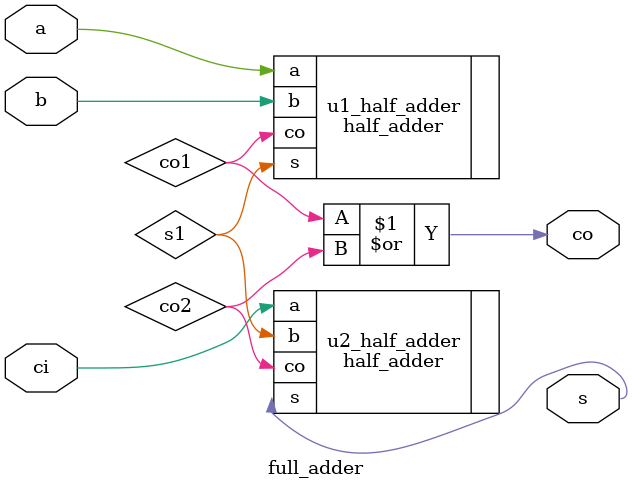
<source format=v>
`timescale  1ns / 1ps

module full_adder(
    input a,
    input b,
    input ci,
    output s,
    output co
);

    wire s1, co1, co2;

    half_adder u1_half_adder(
        .a(a),
        .b(b),
        .s(s1),
        .co(co1)
    );

    half_adder u2_half_adder(
        .a(ci),
        .b(s1),
        .s(s),
        .co(co2)
    );

    assign co = co1 | co2;

endmodule
</source>
